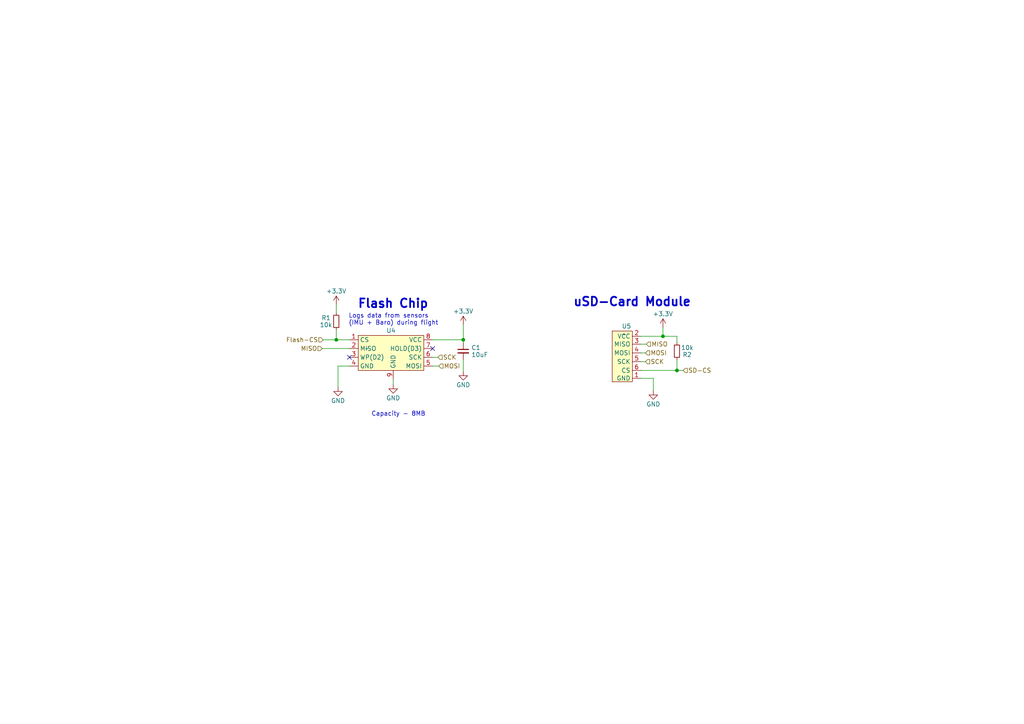
<source format=kicad_sch>
(kicad_sch (version 20230121) (generator eeschema)
  (paper "A4")
  (lib_symbols
    (symbol "Device:C_Small" (pin_numbers hide) (pin_names (offset 0.254) hide)
      (property "Reference" "C" (at 0.254 1.778 0))
      (property "Value" "C_Small" (at 0.254 -2.032 0))
      (symbol "C_Small_0_1"
        (polyline (pts (xy -1.524 -0.508) (xy 1.524 -0.508)) (stroke (width 0.3302)))
        (polyline (pts (xy -1.524 0.508) (xy 1.524 0.508)) (stroke (width 0.3048)))
      )
      (symbol "C_Small_1_1"
        (pin passive line (at 0 2.54 270) (length 2.032) (name "~") (number "1"))
        (pin passive line (at 0 -2.54 90) (length 2.032) (name "~") (number "2"))
      )
    )
    (symbol "Device:R_Small" (pin_numbers hide) (pin_names (offset 0.254) hide)
      (property "Reference" "R" (at 0.762 0.508 0))
      (property "Value" "R_Small" (at 0.762 -1.016 0))
      (symbol "R_Small_0_1"
        (rectangle (start -0.762 1.778) (end 0.762 -1.778) (stroke (width 0.2032)))
      )
      (symbol "R_Small_1_1"
        (pin passive line (at 0 2.54 270) (length 0.762) (name "~") (number "1"))
        (pin passive line (at 0 -2.54 90) (length 0.762) (name "~") (number "2"))
      )
    )
    (symbol "FCparts:S25FL064LABNFI011"
      (property "Reference" "U" (at 0 5.08 0))
      (symbol "S25FL064LABNFI011_1_1"
        (polyline (pts (xy -10.16 3.81) (xy -10.16 -6.35) (xy 8.89 -6.35) (xy 8.89 3.81) (xy -10.16 3.81)) (fill (type background)))
        (pin input line (at -12.7 2.54 0) (length 2.54) (name "CS") (number "1"))
        (pin input line (at -12.7 0 0) (length 2.54) (name "MISO") (number "2"))
        (pin input line (at -12.7 -2.54 0) (length 2.54) (name "WP(D2)") (number "3"))
        (pin input line (at -12.7 -5.08 0) (length 2.54) (name "GND") (number "4"))
        (pin input line (at 11.43 -5.08 180) (length 2.54) (name "MOSI") (number "5"))
        (pin input line (at 11.43 -2.54 180) (length 2.54) (name "SCK") (number "6"))
        (pin input line (at 11.43 0 180) (length 2.54) (name "HOLD(D3)") (number "7"))
        (pin input line (at 11.43 2.54 180) (length 2.54) (name "VCC") (number "8"))
        (pin input line (at 0 -8.89 90) (length 2.54) (name "GND") (number "9"))
      )
    )
    (symbol "RocketryIN_FC:uSD"
      (property "Reference" "U" (at -0.254 2.032 0))
      (symbol "uSD_0_0"
        (text "" (at 4.572 -5.334 0) (effects (font (size 1.27 1.27))))
      )
      (symbol "uSD_1_1"
        (rectangle (start -3.556 1.016) (end 2.286 -13.716) (fill (type background)))
        (pin input line (at 4.826 -12.7 180) (length 2.54) (name "GND") (number "1"))
        (pin input line (at 4.826 -0.508 180) (length 2.54) (name "VCC") (number "2"))
        (pin input line (at 4.826 -2.794 180) (length 2.54) (name "MISO") (number "3"))
        (pin input line (at 4.826 -5.334 180) (length 2.54) (name "MOSI") (number "4"))
        (pin input line (at 4.826 -7.874 180) (length 2.54) (name "SCK") (number "5"))
        (pin input line (at 4.826 -10.414 180) (length 2.54) (name "CS") (number "6"))
      )
    )
    (symbol "power:+3.3V" (power) (pin_names (offset 0))
      (property "Value" "+3.3V" (at 0 3.556 0))
      (symbol "+3.3V_0_1"
        (polyline (pts (xy -0.762 1.27) (xy 0 2.54)))
        (polyline (pts (xy 0 0) (xy 0 2.54)))
        (polyline (pts (xy 0 2.54) (xy 0.762 1.27)))
      )
      (symbol "+3.3V_1_1"
        (pin power_in line (at 0 0 90) (length 0) hide (name "+3.3V") (number "1"))
      )
    )
    (symbol "power:GND" (power) (pin_names (offset 0))
      (property "Value" "GND" (at 0 -3.81 0))
      (symbol "GND_0_1"
        (polyline (pts (xy 0 0) (xy 0 -1.27) (xy 1.27 -1.27) (xy 0 -2.54) (xy -1.27 -1.27) (xy 0 -1.27)))
      )
      (symbol "GND_1_1"
        (pin power_in line (at 0 0 270) (length 0) hide (name "GND") (number "1"))
      )
    )
  )
  (junction (at 97.536 98.552))
  (junction (at 192.278 97.536))
  (junction (at 196.342 107.442))
  (junction (at 134.366 98.552))
  (no_connect (at 101.346 103.632))
  (no_connect (at 125.476 101.092))
  (wire (pts (xy 185.928 104.902) (xy 187.198 104.902)))
  (wire (pts (xy 98.044 106.172) (xy 101.346 106.172)))
  (wire (pts (xy 185.928 97.536) (xy 192.278 97.536)))
  (wire (pts (xy 196.342 104.394) (xy 196.342 107.442)))
  (wire (pts (xy 189.484 109.728) (xy 189.484 113.284)))
  (wire (pts (xy 125.476 98.552) (xy 134.366 98.552)))
  (wire (pts (xy 196.342 97.536) (xy 196.342 99.314)))
  (wire (pts (xy 185.928 102.362) (xy 187.198 102.362)))
  (wire (pts (xy 97.536 95.758) (xy 97.536 98.552)))
  (wire (pts (xy 185.928 109.728) (xy 189.484 109.728)))
  (wire (pts (xy 97.536 98.552) (xy 101.346 98.552)))
  (wire (pts (xy 134.366 104.394) (xy 134.366 107.696)))
  (wire (pts (xy 125.476 103.632) (xy 127 103.632)))
  (wire (pts (xy 192.278 97.536) (xy 192.278 94.996)))
  (wire (pts (xy 196.342 107.442) (xy 198.12 107.442)))
  (wire (pts (xy 125.476 106.172) (xy 127.254 106.172)))
  (wire (pts (xy 93.726 98.552) (xy 97.536 98.552)))
  (wire (pts (xy 185.928 99.822) (xy 187.452 99.822)))
  (wire (pts (xy 98.044 112.268) (xy 98.044 106.172)))
  (wire (pts (xy 185.928 107.442) (xy 196.342 107.442)))
  (wire (pts (xy 114.046 109.982) (xy 114.046 111.506)))
  (wire (pts (xy 134.366 94.234) (xy 134.366 98.552)))
  (wire (pts (xy 93.472 101.092) (xy 101.346 101.092)))
  (wire (pts (xy 97.536 88.392) (xy 97.536 90.678)))
  (wire (pts (xy 134.366 98.552) (xy 134.366 99.314)))
  (wire (pts (xy 192.278 97.536) (xy 196.342 97.536)))
  (text "Capacity - 8MB\n\n" (at 107.696 122.936 0) (effects (font (size 1.27 1.27)) (justify left bottom)))
  (text "Logs data from sensors\n(IMU + Baro) during flight\n" (at 101.092 94.488 0) (effects (font (size 1.27 1.27)) (justify left bottom)))
  (text "uSD-Card Module\n" (at 166.116 89.154 0) (effects (font (size 2.5 2.5) (thickness 0.5) bold) (justify left bottom)))
  (text "Flash Chip" (at 103.632 89.662 0) (effects (font (size 2.5 2.5) (thickness 0.5) bold) (justify left bottom)))
  (hierarchical_label "MOSI" (shape input) (at 187.198 102.362 0))
  (hierarchical_label "SCK" (shape input) (at 127 103.632 0))
  (hierarchical_label "Flash-CS" (shape input) (at 93.726 98.552 180))
  (hierarchical_label "MOSI" (shape input) (at 127.254 106.172 0))
  (hierarchical_label "MISO" (shape input) (at 187.452 99.822 0))
  (hierarchical_label "MISO" (shape input) (at 93.472 101.092 180))
  (hierarchical_label "SCK" (shape input) (at 187.198 104.902 0))
  (hierarchical_label "SD-CS" (shape input) (at 198.12 107.442 0))
  (symbol (lib_id "Device:C_Small") (at 134.366 101.854 0) (unit 1)
    (property "Reference" "C1" (at 136.6901 100.8363 0) (effects (justify left)))
    (property "Value" "10uF" (at 136.6901 102.8843 0) (effects (justify left)))
  )
  (symbol (lib_id "power:+3.3V") (at 134.366 94.234 0) (unit 1)
    (property "Reference" "#PWR09" (effects hide))
    (property "Value" "+3.3V" (at 134.366 90.289 0))
  )
  (symbol (lib_id "power:+3.3V") (at 97.536 88.392 0) (unit 1)
    (property "Reference" "#PWR013" (effects hide))
    (property "Value" "+3.3V" (at 97.536 84.447 0))
  )
  (symbol (lib_id "power:GND") (at 98.044 112.268 0) (unit 1)
    (property "Reference" "#PWR012" (effects hide))
    (property "Value" "GND" (at 98.044 116.213 0))
  )
  (symbol (lib_id "power:+3.3V") (at 192.278 94.996 0) (unit 1)
    (property "Reference" "#PWR014" (effects hide))
    (property "Value" "+3.3V" (at 192.278 91.051 0))
  )
  (symbol (lib_id "RocketryIN_FC:uSD") (at 181.102 97.028 0) (unit 1)
    (property "Reference" "U5" (at 181.7092 94.607 0))
    (property "Value" "~" (at 181.102 97.028 0))
  )
  (symbol (lib_id "Device:R_Small") (at 196.342 101.854 180) (unit 1)
    (property "Reference" "R2" (at 200.66 102.87 0) (effects (justify left)))
    (property "Value" "10k" (at 201.168 100.838 0) (effects (justify left)))
  )
  (symbol (lib_id "FCparts:S25FL064LABNFI011") (at 114.046 101.092 0) (unit 1)
    (property "Reference" "U4" (at 113.411 95.877 0))
    (property "Value" "~" (at 106.426 101.092 0))
  )
  (symbol (lib_id "power:GND") (at 114.046 111.506 0) (unit 1)
    (property "Reference" "#PWR011" (effects hide))
    (property "Value" "GND" (at 114.046 115.451 0))
  )
  (symbol (lib_id "power:GND") (at 189.484 113.284 0) (unit 1)
    (property "Reference" "#PWR015" (effects hide))
    (property "Value" "GND" (at 189.484 117.229 0))
  )
  (symbol (lib_id "power:GND") (at 134.366 107.696 0) (unit 1)
    (property "Reference" "#PWR010" (effects hide))
    (property "Value" "GND" (at 134.366 111.641 0))
  )
  (symbol (lib_id "Device:R_Small") (at 97.536 93.218 0) (unit 1)
    (property "Reference" "R1" (at 93.218 92.202 0) (effects (justify left)))
    (property "Value" "10k" (at 92.71 94.234 0) (effects (justify left)))
  )
)
</source>
